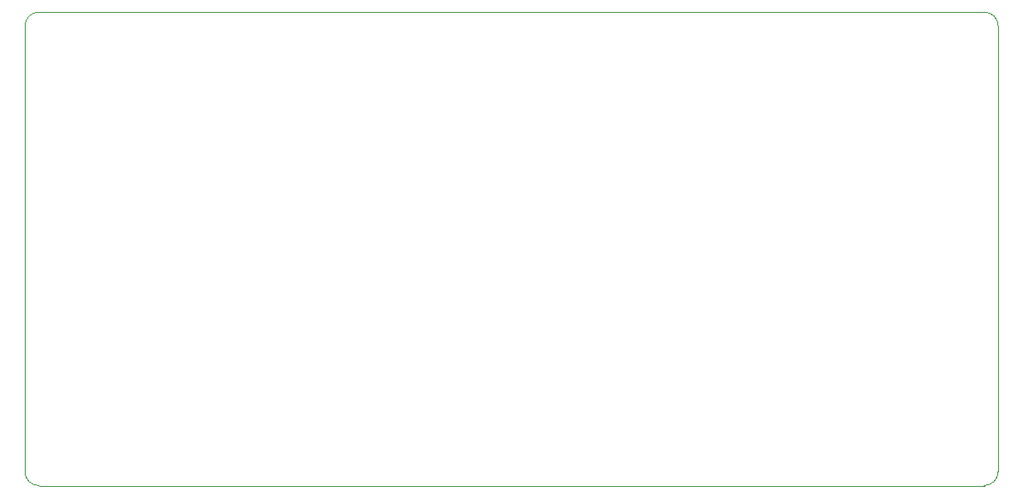
<source format=gm1>
%TF.GenerationSoftware,KiCad,Pcbnew,(6.0.9)*%
%TF.CreationDate,2022-12-23T09:31:32-06:00*%
%TF.ProjectId,CatFeeder,43617446-6565-4646-9572-2e6b69636164,rev?*%
%TF.SameCoordinates,Original*%
%TF.FileFunction,Profile,NP*%
%FSLAX46Y46*%
G04 Gerber Fmt 4.6, Leading zero omitted, Abs format (unit mm)*
G04 Created by KiCad (PCBNEW (6.0.9)) date 2022-12-23 09:31:32*
%MOMM*%
%LPD*%
G01*
G04 APERTURE LIST*
%TA.AperFunction,Profile*%
%ADD10C,0.100000*%
%TD*%
G04 APERTURE END LIST*
D10*
X97535999Y-113538001D02*
X97536000Y-69469000D01*
X192405001Y-114935001D02*
X98932999Y-114935001D01*
X193802000Y-69469000D02*
X193802001Y-113538001D01*
X98933000Y-68072000D02*
X192405000Y-68072000D01*
X98933000Y-68072000D02*
G75*
G03*
X97536000Y-69469000I1J-1397001D01*
G01*
X97535999Y-113538001D02*
G75*
G03*
X98932999Y-114935001I1397001J1D01*
G01*
X192405001Y-114935001D02*
G75*
G03*
X193802001Y-113538001I-1J1397001D01*
G01*
X193802000Y-69469000D02*
G75*
G03*
X192405000Y-68072000I-1397000J0D01*
G01*
M02*

</source>
